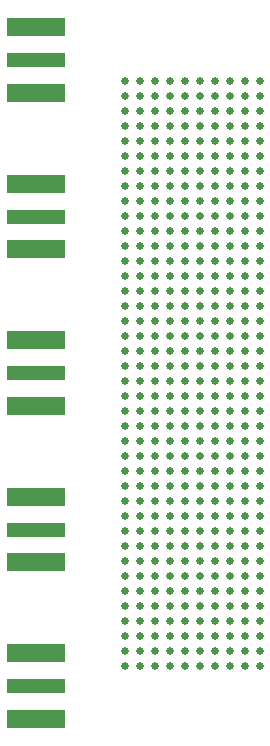
<source format=gbp>
G04*
G04 #@! TF.GenerationSoftware,Altium Limited,Altium Designer,21.1.0 (24)*
G04*
G04 Layer_Color=128*
%FSLAX44Y44*%
%MOMM*%
G71*
G04*
G04 #@! TF.SameCoordinates,BAFAB9C6-4635-4B56-BF62-033A307C6E1E*
G04*
G04*
G04 #@! TF.FilePolarity,Positive*
G04*
G01*
G75*
%ADD12R,5.0000X1.6000*%
%ADD29R,5.0000X1.2000*%
%ADD30C,0.6400*%
D12*
X-152400Y419800D02*
D03*
Y475200D02*
D03*
Y552300D02*
D03*
Y607700D02*
D03*
Y22300D02*
D03*
Y77700D02*
D03*
Y154800D02*
D03*
Y210200D02*
D03*
Y287300D02*
D03*
Y342700D02*
D03*
D29*
Y447500D02*
D03*
Y580000D02*
D03*
Y50000D02*
D03*
Y182500D02*
D03*
Y315000D02*
D03*
D30*
X-77150Y67350D02*
D03*
Y105450D02*
D03*
Y118150D02*
D03*
Y156250D02*
D03*
Y168950D02*
D03*
Y207050D02*
D03*
Y219750D02*
D03*
Y257850D02*
D03*
Y270550D02*
D03*
Y308650D02*
D03*
Y321350D02*
D03*
Y359450D02*
D03*
Y372150D02*
D03*
Y410250D02*
D03*
Y422950D02*
D03*
Y461050D02*
D03*
Y473750D02*
D03*
Y511850D02*
D03*
Y524550D02*
D03*
Y562650D02*
D03*
X-64450Y80050D02*
D03*
Y92750D02*
D03*
Y130850D02*
D03*
Y143550D02*
D03*
Y181650D02*
D03*
Y194350D02*
D03*
Y232450D02*
D03*
Y245150D02*
D03*
Y283250D02*
D03*
Y295950D02*
D03*
Y334050D02*
D03*
Y346750D02*
D03*
Y384850D02*
D03*
Y397550D02*
D03*
Y435650D02*
D03*
Y448350D02*
D03*
Y486450D02*
D03*
Y499150D02*
D03*
Y537250D02*
D03*
Y549950D02*
D03*
X-51750Y67350D02*
D03*
Y105450D02*
D03*
Y118150D02*
D03*
Y156250D02*
D03*
Y168950D02*
D03*
Y181650D02*
D03*
Y194350D02*
D03*
Y207050D02*
D03*
Y219750D02*
D03*
Y232450D02*
D03*
Y245150D02*
D03*
Y257850D02*
D03*
Y270550D02*
D03*
Y283250D02*
D03*
Y295950D02*
D03*
Y308650D02*
D03*
Y321350D02*
D03*
Y334050D02*
D03*
Y346750D02*
D03*
Y359450D02*
D03*
Y372150D02*
D03*
Y384850D02*
D03*
Y397550D02*
D03*
Y410250D02*
D03*
Y422950D02*
D03*
Y461050D02*
D03*
Y473750D02*
D03*
Y499150D02*
D03*
Y511850D02*
D03*
Y524550D02*
D03*
Y537250D02*
D03*
Y549950D02*
D03*
Y562650D02*
D03*
X-39050Y80050D02*
D03*
Y92750D02*
D03*
Y130850D02*
D03*
Y143550D02*
D03*
Y156250D02*
D03*
Y168950D02*
D03*
Y181650D02*
D03*
Y194350D02*
D03*
Y207050D02*
D03*
Y219750D02*
D03*
Y232450D02*
D03*
Y245150D02*
D03*
Y257850D02*
D03*
Y270550D02*
D03*
Y283250D02*
D03*
Y295950D02*
D03*
Y308650D02*
D03*
Y321350D02*
D03*
Y334050D02*
D03*
Y346750D02*
D03*
Y359450D02*
D03*
Y372150D02*
D03*
Y384850D02*
D03*
Y397550D02*
D03*
Y410250D02*
D03*
Y511850D02*
D03*
Y524550D02*
D03*
Y537250D02*
D03*
Y549950D02*
D03*
Y562650D02*
D03*
X-26350Y67350D02*
D03*
Y105450D02*
D03*
Y118150D02*
D03*
Y156250D02*
D03*
Y194350D02*
D03*
Y232450D02*
D03*
Y270550D02*
D03*
Y308650D02*
D03*
Y346750D02*
D03*
Y384850D02*
D03*
Y422950D02*
D03*
Y461050D02*
D03*
Y499150D02*
D03*
Y537250D02*
D03*
Y549950D02*
D03*
Y562650D02*
D03*
X-13650Y80050D02*
D03*
Y92750D02*
D03*
Y130850D02*
D03*
Y168950D02*
D03*
Y207050D02*
D03*
Y245150D02*
D03*
Y283250D02*
D03*
Y321350D02*
D03*
Y359450D02*
D03*
Y397550D02*
D03*
Y435650D02*
D03*
Y473750D02*
D03*
Y511850D02*
D03*
Y549950D02*
D03*
Y562650D02*
D03*
X-950Y67350D02*
D03*
Y105450D02*
D03*
Y118150D02*
D03*
Y130850D02*
D03*
Y143550D02*
D03*
Y156250D02*
D03*
Y168950D02*
D03*
Y181650D02*
D03*
Y194350D02*
D03*
Y207050D02*
D03*
Y219750D02*
D03*
Y232450D02*
D03*
Y245150D02*
D03*
Y257850D02*
D03*
Y270550D02*
D03*
Y283250D02*
D03*
Y295950D02*
D03*
Y308650D02*
D03*
Y321350D02*
D03*
Y334050D02*
D03*
Y346750D02*
D03*
Y359450D02*
D03*
Y372150D02*
D03*
Y384850D02*
D03*
Y397550D02*
D03*
Y410250D02*
D03*
Y422950D02*
D03*
Y435650D02*
D03*
Y448350D02*
D03*
Y461050D02*
D03*
Y473750D02*
D03*
Y486450D02*
D03*
Y499150D02*
D03*
Y537250D02*
D03*
Y549950D02*
D03*
Y562650D02*
D03*
X11750Y92750D02*
D03*
Y130850D02*
D03*
Y143550D02*
D03*
Y156250D02*
D03*
Y168950D02*
D03*
Y181650D02*
D03*
Y194350D02*
D03*
Y207050D02*
D03*
Y219750D02*
D03*
Y232450D02*
D03*
Y245150D02*
D03*
Y257850D02*
D03*
Y270550D02*
D03*
Y283250D02*
D03*
Y295950D02*
D03*
Y308650D02*
D03*
Y321350D02*
D03*
Y334050D02*
D03*
Y346750D02*
D03*
Y359450D02*
D03*
Y372150D02*
D03*
Y384850D02*
D03*
Y397550D02*
D03*
Y410250D02*
D03*
Y422950D02*
D03*
Y435650D02*
D03*
Y448350D02*
D03*
Y461050D02*
D03*
Y473750D02*
D03*
Y486450D02*
D03*
Y499150D02*
D03*
Y511850D02*
D03*
Y549950D02*
D03*
Y562650D02*
D03*
X24450Y67350D02*
D03*
Y105450D02*
D03*
Y118150D02*
D03*
Y130850D02*
D03*
Y143550D02*
D03*
Y156250D02*
D03*
Y168950D02*
D03*
Y181650D02*
D03*
Y194350D02*
D03*
Y207050D02*
D03*
Y219750D02*
D03*
Y232450D02*
D03*
Y245150D02*
D03*
Y257850D02*
D03*
Y270550D02*
D03*
Y308650D02*
D03*
Y346750D02*
D03*
Y384850D02*
D03*
Y422950D02*
D03*
Y461050D02*
D03*
Y499150D02*
D03*
Y537250D02*
D03*
Y562650D02*
D03*
X37150Y80050D02*
D03*
Y92750D02*
D03*
Y130850D02*
D03*
Y143550D02*
D03*
Y156250D02*
D03*
Y168950D02*
D03*
Y181650D02*
D03*
Y194350D02*
D03*
Y207050D02*
D03*
Y219750D02*
D03*
Y232450D02*
D03*
Y245150D02*
D03*
Y257850D02*
D03*
Y270550D02*
D03*
Y283250D02*
D03*
Y321350D02*
D03*
Y359450D02*
D03*
Y397550D02*
D03*
Y435650D02*
D03*
Y473750D02*
D03*
Y511850D02*
D03*
Y549950D02*
D03*
X-77150Y80050D02*
D03*
Y92750D02*
D03*
Y130850D02*
D03*
Y143550D02*
D03*
Y181650D02*
D03*
Y194350D02*
D03*
Y232450D02*
D03*
Y245150D02*
D03*
Y283250D02*
D03*
Y295950D02*
D03*
Y334050D02*
D03*
Y346750D02*
D03*
Y384850D02*
D03*
Y397550D02*
D03*
Y435650D02*
D03*
Y448350D02*
D03*
Y486450D02*
D03*
Y499150D02*
D03*
Y537250D02*
D03*
Y549950D02*
D03*
X-64450Y67350D02*
D03*
Y105450D02*
D03*
Y118150D02*
D03*
Y156250D02*
D03*
Y168950D02*
D03*
Y207050D02*
D03*
Y219750D02*
D03*
Y257850D02*
D03*
Y270550D02*
D03*
Y308650D02*
D03*
Y321350D02*
D03*
Y359450D02*
D03*
Y372150D02*
D03*
Y410250D02*
D03*
Y422950D02*
D03*
Y461050D02*
D03*
Y473750D02*
D03*
Y511850D02*
D03*
Y524550D02*
D03*
Y562650D02*
D03*
X-51750Y80050D02*
D03*
Y92750D02*
D03*
Y130850D02*
D03*
Y143550D02*
D03*
Y435650D02*
D03*
Y448350D02*
D03*
Y486450D02*
D03*
X-39050Y67350D02*
D03*
Y105450D02*
D03*
Y118150D02*
D03*
Y422950D02*
D03*
Y435650D02*
D03*
Y448350D02*
D03*
Y461050D02*
D03*
Y473750D02*
D03*
Y486450D02*
D03*
Y499150D02*
D03*
X-26350Y80050D02*
D03*
Y92750D02*
D03*
Y130850D02*
D03*
Y143550D02*
D03*
Y168950D02*
D03*
Y181650D02*
D03*
Y207050D02*
D03*
Y219750D02*
D03*
Y245150D02*
D03*
Y257850D02*
D03*
Y283250D02*
D03*
Y295950D02*
D03*
Y321350D02*
D03*
Y334050D02*
D03*
Y359450D02*
D03*
Y372150D02*
D03*
Y397550D02*
D03*
Y410250D02*
D03*
Y435650D02*
D03*
Y448350D02*
D03*
Y473750D02*
D03*
Y486450D02*
D03*
Y511850D02*
D03*
Y524550D02*
D03*
X-13650Y67350D02*
D03*
Y105450D02*
D03*
Y118150D02*
D03*
Y143550D02*
D03*
Y156250D02*
D03*
Y181650D02*
D03*
Y194350D02*
D03*
Y219750D02*
D03*
Y232450D02*
D03*
Y257850D02*
D03*
Y270550D02*
D03*
Y295950D02*
D03*
Y308650D02*
D03*
Y334050D02*
D03*
Y346750D02*
D03*
Y372150D02*
D03*
Y384850D02*
D03*
Y410250D02*
D03*
Y422950D02*
D03*
Y448350D02*
D03*
Y461050D02*
D03*
Y486450D02*
D03*
Y499150D02*
D03*
Y524550D02*
D03*
Y537250D02*
D03*
X-950Y80050D02*
D03*
Y92750D02*
D03*
X11750Y67350D02*
D03*
Y80050D02*
D03*
Y105450D02*
D03*
Y118150D02*
D03*
X24450Y80050D02*
D03*
Y92750D02*
D03*
Y283250D02*
D03*
Y295950D02*
D03*
Y321350D02*
D03*
Y334050D02*
D03*
Y359450D02*
D03*
Y372150D02*
D03*
Y397550D02*
D03*
Y410250D02*
D03*
Y435650D02*
D03*
Y448350D02*
D03*
Y473750D02*
D03*
Y486450D02*
D03*
Y511850D02*
D03*
Y524550D02*
D03*
Y549950D02*
D03*
X37150Y67350D02*
D03*
Y105450D02*
D03*
Y118150D02*
D03*
Y295950D02*
D03*
Y308650D02*
D03*
Y334050D02*
D03*
Y346750D02*
D03*
Y372150D02*
D03*
Y384850D02*
D03*
Y410250D02*
D03*
Y422950D02*
D03*
Y448350D02*
D03*
Y461050D02*
D03*
Y486450D02*
D03*
Y499150D02*
D03*
Y524550D02*
D03*
Y537250D02*
D03*
Y562650D02*
D03*
X-950Y524550D02*
D03*
X11750Y537250D02*
D03*
X-950Y511850D02*
D03*
X11750Y524550D02*
D03*
M02*

</source>
